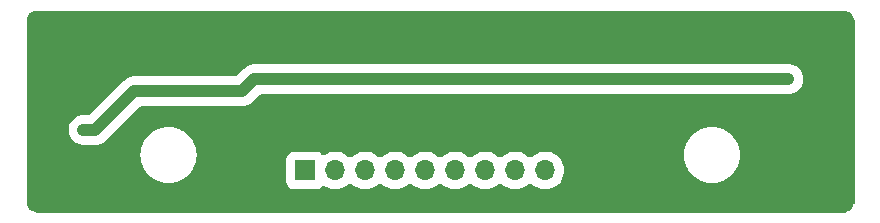
<source format=gbr>
%TF.GenerationSoftware,KiCad,Pcbnew,7.0.1*%
%TF.CreationDate,2023-08-30T00:52:31-03:00*%
%TF.ProjectId,QRE1113_Line_Sensors_x8,51524531-3131-4335-9f4c-696e655f5365,rev?*%
%TF.SameCoordinates,Original*%
%TF.FileFunction,Copper,L1,Top*%
%TF.FilePolarity,Positive*%
%FSLAX46Y46*%
G04 Gerber Fmt 4.6, Leading zero omitted, Abs format (unit mm)*
G04 Created by KiCad (PCBNEW 7.0.1) date 2023-08-30 00:52:31*
%MOMM*%
%LPD*%
G01*
G04 APERTURE LIST*
%TA.AperFunction,ComponentPad*%
%ADD10R,1.700000X1.700000*%
%TD*%
%TA.AperFunction,ComponentPad*%
%ADD11O,1.700000X1.700000*%
%TD*%
%TA.AperFunction,ViaPad*%
%ADD12C,0.800000*%
%TD*%
%TA.AperFunction,Conductor*%
%ADD13C,1.000000*%
%TD*%
%TA.AperFunction,Profile*%
%ADD14C,0.100000*%
%TD*%
G04 APERTURE END LIST*
D10*
%TO.P,J1,1,Pin_1*%
%TO.N,+3V3*%
X148565000Y-71752000D03*
D11*
%TO.P,J1,2,Pin_2*%
%TO.N,/OUT_8*%
X151105000Y-71752000D03*
%TO.P,J1,3,Pin_3*%
%TO.N,/OUT_7*%
X153645000Y-71752000D03*
%TO.P,J1,4,Pin_4*%
%TO.N,/OUT_6*%
X156185000Y-71752000D03*
%TO.P,J1,5,Pin_5*%
%TO.N,/OUT_5*%
X158725000Y-71752000D03*
%TO.P,J1,6,Pin_6*%
%TO.N,/OUT_4*%
X161265000Y-71752000D03*
%TO.P,J1,7,Pin_7*%
%TO.N,/OUT_3*%
X163805000Y-71752000D03*
%TO.P,J1,8,Pin_8*%
%TO.N,/OUT_2*%
X166345000Y-71752000D03*
%TO.P,J1,9,Pin_9*%
%TO.N,/OUT_1*%
X168885000Y-71752000D03*
%TO.P,J1,10,Pin_10*%
%TO.N,GND*%
X171425000Y-71752000D03*
%TD*%
D12*
%TO.N,GND*%
X136350000Y-63330000D03*
%TO.N,+3V3*%
X144272000Y-64008000D03*
X189484000Y-64000000D03*
X171704000Y-64008000D03*
X153670000Y-64008000D03*
X162052000Y-64008000D03*
X129794000Y-68326000D03*
X180594000Y-64008000D03*
X134112000Y-65024000D03*
%TD*%
D13*
%TO.N,+3V3*%
X189484000Y-64008000D02*
X189484000Y-64000000D01*
X134112000Y-65024000D02*
X143256000Y-65024000D01*
X129794000Y-68326000D02*
X130810000Y-68326000D01*
X144272000Y-64008000D02*
X153670000Y-64008000D01*
X143256000Y-65024000D02*
X144272000Y-64008000D01*
X189484000Y-64008000D02*
X180594000Y-64008000D01*
X153670000Y-64008000D02*
X162052000Y-64008000D01*
X130810000Y-68326000D02*
X134112000Y-65024000D01*
X171704000Y-64008000D02*
X180594000Y-64008000D01*
X162052000Y-64008000D02*
X171704000Y-64008000D01*
%TD*%
%TA.AperFunction,Conductor*%
%TO.N,GND*%
G36*
X194262160Y-58251697D02*
G01*
X194283656Y-58253814D01*
X194286924Y-58254160D01*
X194381854Y-58264856D01*
X194426253Y-58274012D01*
X194462720Y-58285074D01*
X194472678Y-58288325D01*
X194536083Y-58310511D01*
X194571220Y-58325938D01*
X194609345Y-58346317D01*
X194624431Y-58355073D01*
X194677160Y-58388205D01*
X194702630Y-58406546D01*
X194737274Y-58434978D01*
X194755370Y-58451379D01*
X194798619Y-58494628D01*
X194815023Y-58512727D01*
X194843448Y-58547364D01*
X194861798Y-58572845D01*
X194894919Y-58625557D01*
X194903681Y-58640653D01*
X194924057Y-58678773D01*
X194939487Y-58713915D01*
X194961673Y-58777320D01*
X194964924Y-58787278D01*
X194975986Y-58823745D01*
X194985142Y-58868144D01*
X194995831Y-58963004D01*
X194996197Y-58966473D01*
X194998300Y-58987820D01*
X194999500Y-59012232D01*
X194999500Y-74487766D01*
X194998300Y-74512182D01*
X194996196Y-74533536D01*
X194995830Y-74537001D01*
X194985142Y-74631854D01*
X194975986Y-74676253D01*
X194964924Y-74712720D01*
X194961673Y-74722678D01*
X194939487Y-74786083D01*
X194924057Y-74821225D01*
X194903681Y-74859345D01*
X194894919Y-74874441D01*
X194861798Y-74927153D01*
X194843444Y-74952640D01*
X194815030Y-74987263D01*
X194798619Y-75005370D01*
X194755370Y-75048619D01*
X194737263Y-75065030D01*
X194702640Y-75093444D01*
X194677153Y-75111798D01*
X194624441Y-75144919D01*
X194609345Y-75153681D01*
X194571225Y-75174057D01*
X194536083Y-75189487D01*
X194472678Y-75211673D01*
X194462720Y-75214924D01*
X194426253Y-75225986D01*
X194381854Y-75235142D01*
X194287001Y-75245830D01*
X194283536Y-75246196D01*
X194262182Y-75248300D01*
X194237766Y-75249500D01*
X125762232Y-75249500D01*
X125737820Y-75248300D01*
X125716473Y-75246197D01*
X125713004Y-75245831D01*
X125618144Y-75235142D01*
X125573745Y-75225986D01*
X125537278Y-75214924D01*
X125527320Y-75211673D01*
X125463915Y-75189487D01*
X125428773Y-75174057D01*
X125390653Y-75153681D01*
X125375557Y-75144919D01*
X125322845Y-75111798D01*
X125297364Y-75093448D01*
X125262727Y-75065023D01*
X125244628Y-75048619D01*
X125201379Y-75005370D01*
X125184978Y-74987274D01*
X125156546Y-74952630D01*
X125138205Y-74927160D01*
X125105073Y-74874431D01*
X125096317Y-74859345D01*
X125075941Y-74821225D01*
X125060511Y-74786083D01*
X125038325Y-74722678D01*
X125035074Y-74712720D01*
X125024012Y-74676253D01*
X125014856Y-74631853D01*
X125004160Y-74536924D01*
X125003814Y-74533656D01*
X125001697Y-74512160D01*
X125000500Y-74487767D01*
X125000500Y-70450000D01*
X134609403Y-70450000D01*
X134629769Y-70760730D01*
X134647922Y-70851991D01*
X134690520Y-71066144D01*
X134790614Y-71361015D01*
X134928342Y-71640296D01*
X134928343Y-71640298D01*
X135002979Y-71751999D01*
X135101347Y-71899219D01*
X135187255Y-71997177D01*
X135306664Y-72133336D01*
X135437539Y-72248111D01*
X135540780Y-72338652D01*
X135540782Y-72338653D01*
X135540784Y-72338655D01*
X135799702Y-72511657D01*
X135939343Y-72580521D01*
X136078984Y-72649385D01*
X136179078Y-72683362D01*
X136373856Y-72749480D01*
X136679270Y-72810231D01*
X136912234Y-72825500D01*
X137067763Y-72825500D01*
X137067766Y-72825500D01*
X137300730Y-72810231D01*
X137606144Y-72749480D01*
X137893288Y-72652008D01*
X146964500Y-72652008D01*
X146975000Y-72754797D01*
X147030185Y-72921333D01*
X147122286Y-73070653D01*
X147122288Y-73070656D01*
X147246344Y-73194712D01*
X147395666Y-73286814D01*
X147562203Y-73341999D01*
X147664991Y-73352500D01*
X149465008Y-73352499D01*
X149567797Y-73341999D01*
X149734334Y-73286814D01*
X149883656Y-73194712D01*
X149939573Y-73138794D01*
X150006974Y-73090828D01*
X150086374Y-73067591D01*
X150169004Y-73071650D01*
X150245742Y-73102557D01*
X150304880Y-73138797D01*
X150376144Y-73182468D01*
X150608886Y-73278872D01*
X150608887Y-73278872D01*
X150608889Y-73278873D01*
X150853852Y-73337683D01*
X150979425Y-73347565D01*
X151104999Y-73357449D01*
X151104999Y-73357448D01*
X151105000Y-73357449D01*
X151356148Y-73337683D01*
X151601111Y-73278873D01*
X151678693Y-73246737D01*
X151833855Y-73182468D01*
X151833856Y-73182466D01*
X151833859Y-73182466D01*
X152048659Y-73050836D01*
X152111073Y-72997528D01*
X152213288Y-72910230D01*
X152288817Y-72865961D01*
X152375000Y-72850571D01*
X152461183Y-72865961D01*
X152536712Y-72910230D01*
X152701338Y-73050834D01*
X152916144Y-73182468D01*
X153148886Y-73278872D01*
X153148887Y-73278872D01*
X153148889Y-73278873D01*
X153393852Y-73337683D01*
X153519425Y-73347565D01*
X153644999Y-73357449D01*
X153644999Y-73357448D01*
X153645000Y-73357449D01*
X153896148Y-73337683D01*
X154141111Y-73278873D01*
X154218693Y-73246737D01*
X154373855Y-73182468D01*
X154373856Y-73182466D01*
X154373859Y-73182466D01*
X154588659Y-73050836D01*
X154651073Y-72997528D01*
X154753288Y-72910230D01*
X154828817Y-72865961D01*
X154915000Y-72850571D01*
X155001183Y-72865961D01*
X155076712Y-72910230D01*
X155241338Y-73050834D01*
X155456144Y-73182468D01*
X155688886Y-73278872D01*
X155688887Y-73278872D01*
X155688889Y-73278873D01*
X155933852Y-73337683D01*
X156059425Y-73347565D01*
X156184999Y-73357449D01*
X156184999Y-73357448D01*
X156185000Y-73357449D01*
X156436148Y-73337683D01*
X156681111Y-73278873D01*
X156758693Y-73246737D01*
X156913855Y-73182468D01*
X156913856Y-73182466D01*
X156913859Y-73182466D01*
X157128659Y-73050836D01*
X157191073Y-72997528D01*
X157293288Y-72910230D01*
X157368817Y-72865961D01*
X157455000Y-72850571D01*
X157541183Y-72865961D01*
X157616712Y-72910230D01*
X157781338Y-73050834D01*
X157996144Y-73182468D01*
X158228886Y-73278872D01*
X158228887Y-73278872D01*
X158228889Y-73278873D01*
X158473852Y-73337683D01*
X158599425Y-73347565D01*
X158724999Y-73357449D01*
X158724999Y-73357448D01*
X158725000Y-73357449D01*
X158976148Y-73337683D01*
X159221111Y-73278873D01*
X159298693Y-73246737D01*
X159453855Y-73182468D01*
X159453856Y-73182466D01*
X159453859Y-73182466D01*
X159668659Y-73050836D01*
X159731073Y-72997528D01*
X159833288Y-72910230D01*
X159908817Y-72865961D01*
X159995000Y-72850571D01*
X160081183Y-72865961D01*
X160156712Y-72910230D01*
X160321338Y-73050834D01*
X160536144Y-73182468D01*
X160768886Y-73278872D01*
X160768887Y-73278872D01*
X160768889Y-73278873D01*
X161013852Y-73337683D01*
X161139425Y-73347565D01*
X161264999Y-73357449D01*
X161264999Y-73357448D01*
X161265000Y-73357449D01*
X161516148Y-73337683D01*
X161761111Y-73278873D01*
X161838693Y-73246737D01*
X161993855Y-73182468D01*
X161993856Y-73182466D01*
X161993859Y-73182466D01*
X162208659Y-73050836D01*
X162271073Y-72997528D01*
X162373288Y-72910230D01*
X162448817Y-72865961D01*
X162535000Y-72850571D01*
X162621183Y-72865961D01*
X162696712Y-72910230D01*
X162861338Y-73050834D01*
X163076144Y-73182468D01*
X163308886Y-73278872D01*
X163308887Y-73278872D01*
X163308889Y-73278873D01*
X163553852Y-73337683D01*
X163679425Y-73347565D01*
X163804999Y-73357449D01*
X163804999Y-73357448D01*
X163805000Y-73357449D01*
X164056148Y-73337683D01*
X164301111Y-73278873D01*
X164378693Y-73246737D01*
X164533855Y-73182468D01*
X164533856Y-73182466D01*
X164533859Y-73182466D01*
X164748659Y-73050836D01*
X164811073Y-72997528D01*
X164913288Y-72910230D01*
X164988817Y-72865961D01*
X165075000Y-72850571D01*
X165161183Y-72865961D01*
X165236712Y-72910230D01*
X165401338Y-73050834D01*
X165616144Y-73182468D01*
X165848886Y-73278872D01*
X165848887Y-73278872D01*
X165848889Y-73278873D01*
X166093852Y-73337683D01*
X166219425Y-73347565D01*
X166344999Y-73357449D01*
X166344999Y-73357448D01*
X166345000Y-73357449D01*
X166596148Y-73337683D01*
X166841111Y-73278873D01*
X166918693Y-73246737D01*
X167073855Y-73182468D01*
X167073856Y-73182466D01*
X167073859Y-73182466D01*
X167288659Y-73050836D01*
X167351073Y-72997528D01*
X167453288Y-72910230D01*
X167528817Y-72865961D01*
X167615000Y-72850571D01*
X167701183Y-72865961D01*
X167776712Y-72910230D01*
X167941338Y-73050834D01*
X168156144Y-73182468D01*
X168388886Y-73278872D01*
X168388887Y-73278872D01*
X168388889Y-73278873D01*
X168633852Y-73337683D01*
X168759425Y-73347565D01*
X168884999Y-73357449D01*
X168884999Y-73357448D01*
X168885000Y-73357449D01*
X169136148Y-73337683D01*
X169381111Y-73278873D01*
X169458693Y-73246737D01*
X169613855Y-73182468D01*
X169613856Y-73182466D01*
X169613859Y-73182466D01*
X169828659Y-73050836D01*
X170020224Y-72887224D01*
X170183836Y-72695659D01*
X170315466Y-72480859D01*
X170411873Y-72248111D01*
X170470683Y-72003148D01*
X170490449Y-71752000D01*
X170470683Y-71500852D01*
X170411873Y-71255889D01*
X170411872Y-71255886D01*
X170315468Y-71023144D01*
X170183834Y-70808338D01*
X170020224Y-70616775D01*
X169828661Y-70453165D01*
X169823496Y-70450000D01*
X180619403Y-70450000D01*
X180639769Y-70760730D01*
X180657922Y-70851991D01*
X180700520Y-71066144D01*
X180800614Y-71361015D01*
X180938342Y-71640296D01*
X180938343Y-71640298D01*
X181012979Y-71751999D01*
X181111347Y-71899219D01*
X181197255Y-71997177D01*
X181316664Y-72133336D01*
X181447539Y-72248111D01*
X181550780Y-72338652D01*
X181550782Y-72338653D01*
X181550784Y-72338655D01*
X181809702Y-72511657D01*
X181949343Y-72580521D01*
X182088984Y-72649385D01*
X182189078Y-72683362D01*
X182383856Y-72749480D01*
X182689270Y-72810231D01*
X182922234Y-72825500D01*
X183077763Y-72825500D01*
X183077766Y-72825500D01*
X183310730Y-72810231D01*
X183616144Y-72749480D01*
X183911015Y-72649385D01*
X184190298Y-72511657D01*
X184449216Y-72338655D01*
X184683336Y-72133336D01*
X184888655Y-71899216D01*
X185061657Y-71640299D01*
X185199385Y-71361015D01*
X185299480Y-71066144D01*
X185360231Y-70760730D01*
X185380597Y-70450000D01*
X185360231Y-70139270D01*
X185299480Y-69833856D01*
X185199385Y-69538985D01*
X185199383Y-69538981D01*
X185102126Y-69341765D01*
X185061657Y-69259702D01*
X184888655Y-69000784D01*
X184888653Y-69000782D01*
X184888652Y-69000780D01*
X184819493Y-68921920D01*
X184683336Y-68766664D01*
X184499434Y-68605385D01*
X184449219Y-68561347D01*
X184445786Y-68559053D01*
X184190298Y-68388343D01*
X184178105Y-68382330D01*
X183911015Y-68250614D01*
X183616144Y-68150520D01*
X183616143Y-68150519D01*
X183310730Y-68089769D01*
X183077766Y-68074500D01*
X182922234Y-68074500D01*
X182689270Y-68089769D01*
X182536563Y-68120144D01*
X182383855Y-68150520D01*
X182088984Y-68250614D01*
X181809703Y-68388342D01*
X181550780Y-68561347D01*
X181316664Y-68766664D01*
X181111343Y-69000785D01*
X180938343Y-69259699D01*
X180800615Y-69538981D01*
X180700520Y-69833855D01*
X180700520Y-69833856D01*
X180639769Y-70139270D01*
X180619403Y-70450000D01*
X169823496Y-70450000D01*
X169613855Y-70321531D01*
X169381113Y-70225127D01*
X169136146Y-70166316D01*
X168885000Y-70146550D01*
X168633853Y-70166316D01*
X168388886Y-70225127D01*
X168156144Y-70321531D01*
X167941342Y-70453163D01*
X167776712Y-70593770D01*
X167701183Y-70638038D01*
X167615000Y-70653428D01*
X167528817Y-70638038D01*
X167453288Y-70593770D01*
X167381273Y-70532264D01*
X167288659Y-70453164D01*
X167145122Y-70365204D01*
X167073855Y-70321531D01*
X166841113Y-70225127D01*
X166596146Y-70166316D01*
X166345000Y-70146550D01*
X166093853Y-70166316D01*
X165848886Y-70225127D01*
X165616144Y-70321531D01*
X165401342Y-70453163D01*
X165236712Y-70593770D01*
X165161183Y-70638038D01*
X165075000Y-70653428D01*
X164988817Y-70638038D01*
X164913288Y-70593770D01*
X164841273Y-70532264D01*
X164748659Y-70453164D01*
X164605122Y-70365204D01*
X164533855Y-70321531D01*
X164301113Y-70225127D01*
X164056146Y-70166316D01*
X163805000Y-70146550D01*
X163553853Y-70166316D01*
X163308886Y-70225127D01*
X163076144Y-70321531D01*
X162861342Y-70453163D01*
X162696712Y-70593770D01*
X162621183Y-70638038D01*
X162535000Y-70653428D01*
X162448817Y-70638038D01*
X162373288Y-70593770D01*
X162301273Y-70532264D01*
X162208659Y-70453164D01*
X162065122Y-70365204D01*
X161993855Y-70321531D01*
X161761113Y-70225127D01*
X161516146Y-70166316D01*
X161265000Y-70146550D01*
X161013853Y-70166316D01*
X160768886Y-70225127D01*
X160536144Y-70321531D01*
X160321342Y-70453163D01*
X160156712Y-70593770D01*
X160081183Y-70638038D01*
X159995000Y-70653428D01*
X159908817Y-70638038D01*
X159833288Y-70593770D01*
X159761273Y-70532264D01*
X159668659Y-70453164D01*
X159525122Y-70365204D01*
X159453855Y-70321531D01*
X159221113Y-70225127D01*
X158976146Y-70166316D01*
X158725000Y-70146550D01*
X158473853Y-70166316D01*
X158228886Y-70225127D01*
X157996144Y-70321531D01*
X157781342Y-70453163D01*
X157616712Y-70593770D01*
X157541183Y-70638038D01*
X157455000Y-70653428D01*
X157368817Y-70638038D01*
X157293288Y-70593770D01*
X157221273Y-70532264D01*
X157128659Y-70453164D01*
X156985122Y-70365204D01*
X156913855Y-70321531D01*
X156681113Y-70225127D01*
X156436146Y-70166316D01*
X156185000Y-70146550D01*
X155933853Y-70166316D01*
X155688886Y-70225127D01*
X155456144Y-70321531D01*
X155241342Y-70453163D01*
X155076712Y-70593770D01*
X155001183Y-70638038D01*
X154915000Y-70653428D01*
X154828817Y-70638038D01*
X154753288Y-70593770D01*
X154681273Y-70532264D01*
X154588659Y-70453164D01*
X154445122Y-70365204D01*
X154373855Y-70321531D01*
X154141113Y-70225127D01*
X153896146Y-70166316D01*
X153645000Y-70146550D01*
X153393853Y-70166316D01*
X153148886Y-70225127D01*
X152916144Y-70321531D01*
X152701342Y-70453163D01*
X152536712Y-70593770D01*
X152461183Y-70638038D01*
X152375000Y-70653428D01*
X152288817Y-70638038D01*
X152213288Y-70593770D01*
X152141273Y-70532264D01*
X152048659Y-70453164D01*
X151905122Y-70365204D01*
X151833855Y-70321531D01*
X151601113Y-70225127D01*
X151356146Y-70166316D01*
X151105000Y-70146550D01*
X150853853Y-70166316D01*
X150608886Y-70225127D01*
X150376145Y-70321531D01*
X150245743Y-70401442D01*
X150169004Y-70432349D01*
X150086374Y-70436408D01*
X150006975Y-70413171D01*
X149939574Y-70365206D01*
X149883656Y-70309288D01*
X149734334Y-70217186D01*
X149734333Y-70217185D01*
X149734332Y-70217185D01*
X149567799Y-70162001D01*
X149533534Y-70158500D01*
X149465009Y-70151500D01*
X149465005Y-70151500D01*
X147664991Y-70151500D01*
X147562202Y-70162000D01*
X147395666Y-70217185D01*
X147246346Y-70309286D01*
X147122286Y-70433346D01*
X147030185Y-70582667D01*
X146975001Y-70749200D01*
X146964500Y-70851994D01*
X146964500Y-72652008D01*
X137893288Y-72652008D01*
X137901015Y-72649385D01*
X138180298Y-72511657D01*
X138439216Y-72338655D01*
X138673336Y-72133336D01*
X138878655Y-71899216D01*
X139051657Y-71640299D01*
X139189385Y-71361015D01*
X139289480Y-71066144D01*
X139350231Y-70760730D01*
X139370597Y-70450000D01*
X139350231Y-70139270D01*
X139289480Y-69833856D01*
X139189385Y-69538985D01*
X139189383Y-69538981D01*
X139092126Y-69341765D01*
X139051657Y-69259702D01*
X138878655Y-69000784D01*
X138878653Y-69000782D01*
X138878652Y-69000780D01*
X138809493Y-68921920D01*
X138673336Y-68766664D01*
X138489434Y-68605385D01*
X138439219Y-68561347D01*
X138435786Y-68559053D01*
X138180298Y-68388343D01*
X138168105Y-68382330D01*
X137901015Y-68250614D01*
X137606144Y-68150520D01*
X137606143Y-68150519D01*
X137300730Y-68089769D01*
X137067766Y-68074500D01*
X136912234Y-68074500D01*
X136679270Y-68089769D01*
X136526563Y-68120144D01*
X136373855Y-68150520D01*
X136078984Y-68250614D01*
X135799703Y-68388342D01*
X135540780Y-68561347D01*
X135306664Y-68766664D01*
X135101343Y-69000785D01*
X134928343Y-69259699D01*
X134790615Y-69538981D01*
X134690520Y-69833855D01*
X134690520Y-69833856D01*
X134629769Y-70139270D01*
X134609403Y-70450000D01*
X125000500Y-70450000D01*
X125000500Y-68382330D01*
X128539709Y-68382330D01*
X128569924Y-68605385D01*
X128639483Y-68819465D01*
X128746146Y-69017679D01*
X128746148Y-69017681D01*
X128886492Y-69193666D01*
X128962072Y-69259699D01*
X129056006Y-69341767D01*
X129170144Y-69409960D01*
X129249236Y-69457215D01*
X129459976Y-69536307D01*
X129474733Y-69538985D01*
X129681451Y-69576500D01*
X129681453Y-69576500D01*
X130725796Y-69576500D01*
X130753673Y-69578065D01*
X130781827Y-69581238D01*
X130843735Y-69577064D01*
X130860485Y-69576500D01*
X130866148Y-69576500D01*
X130866155Y-69576500D01*
X130905462Y-69572961D01*
X130910838Y-69572538D01*
X131006412Y-69566096D01*
X131006415Y-69566095D01*
X131010676Y-69565808D01*
X131030078Y-69562511D01*
X131034186Y-69561377D01*
X131034188Y-69561377D01*
X131126502Y-69535898D01*
X131131818Y-69534495D01*
X131224683Y-69511096D01*
X131224687Y-69511094D01*
X131228823Y-69510052D01*
X131247326Y-69503343D01*
X131251164Y-69501494D01*
X131251170Y-69501493D01*
X131337503Y-69459916D01*
X131342429Y-69457613D01*
X131429626Y-69418007D01*
X131429628Y-69418005D01*
X131433513Y-69416241D01*
X131450515Y-69406341D01*
X131453971Y-69403829D01*
X131453973Y-69403829D01*
X131531504Y-69347498D01*
X131535917Y-69344367D01*
X131614654Y-69289820D01*
X131614658Y-69289815D01*
X131618161Y-69287389D01*
X131633125Y-69274609D01*
X131636072Y-69271525D01*
X131636078Y-69271522D01*
X131702282Y-69202276D01*
X131706056Y-69198416D01*
X134557043Y-66347430D01*
X134637826Y-66293454D01*
X134733114Y-66274500D01*
X143171796Y-66274500D01*
X143199673Y-66276065D01*
X143227827Y-66279238D01*
X143289735Y-66275064D01*
X143306485Y-66274500D01*
X143312148Y-66274500D01*
X143312155Y-66274500D01*
X143351462Y-66270961D01*
X143356838Y-66270538D01*
X143452412Y-66264096D01*
X143452415Y-66264095D01*
X143456676Y-66263808D01*
X143476078Y-66260511D01*
X143480186Y-66259377D01*
X143480188Y-66259377D01*
X143572502Y-66233898D01*
X143577818Y-66232495D01*
X143670683Y-66209096D01*
X143670687Y-66209094D01*
X143674823Y-66208052D01*
X143693326Y-66201343D01*
X143697164Y-66199494D01*
X143697170Y-66199493D01*
X143783503Y-66157916D01*
X143788429Y-66155613D01*
X143875626Y-66116007D01*
X143875628Y-66116005D01*
X143879513Y-66114241D01*
X143896515Y-66104341D01*
X143899971Y-66101829D01*
X143899973Y-66101829D01*
X143977504Y-66045498D01*
X143981917Y-66042367D01*
X144060654Y-65987820D01*
X144060658Y-65987815D01*
X144064161Y-65985389D01*
X144079125Y-65972609D01*
X144082072Y-65969525D01*
X144082078Y-65969522D01*
X144148303Y-65900254D01*
X144152078Y-65896394D01*
X144717043Y-65331430D01*
X144797825Y-65277454D01*
X144893113Y-65258500D01*
X153557453Y-65258500D01*
X153726155Y-65258500D01*
X161939453Y-65258500D01*
X162108155Y-65258500D01*
X171591453Y-65258500D01*
X171760155Y-65258500D01*
X180481453Y-65258500D01*
X180650155Y-65258500D01*
X189450357Y-65258500D01*
X189461530Y-65258751D01*
X189540326Y-65262290D01*
X189540326Y-65262289D01*
X189540330Y-65262290D01*
X189618550Y-65251693D01*
X189629581Y-65250451D01*
X189708188Y-65243377D01*
X189719216Y-65240332D01*
X189752039Y-65233611D01*
X189763387Y-65232075D01*
X189838452Y-65207683D01*
X189849078Y-65204492D01*
X189925170Y-65183493D01*
X189935486Y-65178524D01*
X189966578Y-65166054D01*
X189969189Y-65165205D01*
X189977464Y-65162517D01*
X190046949Y-65125124D01*
X190056861Y-65120073D01*
X190127973Y-65085829D01*
X190137231Y-65079101D01*
X190165600Y-65061275D01*
X190175681Y-65055852D01*
X190237367Y-65006658D01*
X190246242Y-64999900D01*
X190310078Y-64953522D01*
X190317987Y-64945248D01*
X190342727Y-64922636D01*
X190351666Y-64915508D01*
X190403581Y-64856085D01*
X190411079Y-64847881D01*
X190465632Y-64790825D01*
X190471939Y-64781269D01*
X190492236Y-64754613D01*
X190499765Y-64745996D01*
X190540240Y-64678249D01*
X190546158Y-64668830D01*
X190589635Y-64602968D01*
X190594135Y-64592437D01*
X190609339Y-64562596D01*
X190615215Y-64552764D01*
X190642950Y-64478864D01*
X190647077Y-64468575D01*
X190678103Y-64395988D01*
X190680651Y-64384822D01*
X190690288Y-64352731D01*
X190694307Y-64342024D01*
X190708397Y-64264380D01*
X190710636Y-64253448D01*
X190728190Y-64176540D01*
X190728191Y-64176537D01*
X190728704Y-64165106D01*
X190732457Y-64131801D01*
X190734500Y-64120546D01*
X190734500Y-64041643D01*
X190734751Y-64030470D01*
X190738290Y-63951672D01*
X190737545Y-63946171D01*
X190729842Y-63889310D01*
X190728593Y-63878226D01*
X190719377Y-63775812D01*
X190714202Y-63757060D01*
X190708894Y-63731138D01*
X190708076Y-63728620D01*
X190708075Y-63728613D01*
X190698328Y-63698617D01*
X190695158Y-63688057D01*
X190659493Y-63558830D01*
X190646546Y-63531947D01*
X190642630Y-63522179D01*
X190637796Y-63513197D01*
X190632715Y-63503226D01*
X190561829Y-63356027D01*
X190561827Y-63356024D01*
X190561826Y-63356022D01*
X190429523Y-63173922D01*
X190266826Y-63018369D01*
X190266825Y-63018368D01*
X190078968Y-62894365D01*
X189871988Y-62805897D01*
X189807085Y-62791083D01*
X189652535Y-62755808D01*
X189427673Y-62745709D01*
X189357264Y-62755247D01*
X189323841Y-62757500D01*
X180706547Y-62757500D01*
X171816547Y-62757500D01*
X162164547Y-62757500D01*
X153782547Y-62757500D01*
X144356204Y-62757500D01*
X144328326Y-62755934D01*
X144300174Y-62752762D01*
X144300173Y-62752762D01*
X144254995Y-62755808D01*
X144238264Y-62756936D01*
X144221515Y-62757500D01*
X144215842Y-62757500D01*
X144176645Y-62761027D01*
X144171081Y-62761465D01*
X144071347Y-62768189D01*
X144051913Y-62771491D01*
X143955510Y-62798096D01*
X143950113Y-62799520D01*
X143853204Y-62823939D01*
X143834650Y-62830666D01*
X143744566Y-62874047D01*
X143739512Y-62876412D01*
X143648501Y-62917752D01*
X143631462Y-62927674D01*
X143550567Y-62986448D01*
X143546048Y-62989653D01*
X143520167Y-63007584D01*
X143463854Y-63046598D01*
X143448852Y-63059412D01*
X143379761Y-63131675D01*
X143375857Y-63135667D01*
X142810957Y-63700569D01*
X142759387Y-63740140D01*
X142699333Y-63765015D01*
X142634887Y-63773500D01*
X134196195Y-63773500D01*
X134168317Y-63771934D01*
X134140173Y-63768763D01*
X134140172Y-63768763D01*
X134103811Y-63771214D01*
X134078274Y-63772936D01*
X134061526Y-63773500D01*
X134055843Y-63773500D01*
X134016643Y-63777027D01*
X134011080Y-63777465D01*
X133911348Y-63784189D01*
X133891912Y-63787491D01*
X133795527Y-63814091D01*
X133790133Y-63815514D01*
X133693198Y-63839941D01*
X133674651Y-63846665D01*
X133584593Y-63890035D01*
X133579536Y-63892401D01*
X133488505Y-63933750D01*
X133471462Y-63943674D01*
X133390567Y-64002448D01*
X133386048Y-64005653D01*
X133360167Y-64023584D01*
X133303854Y-64062598D01*
X133288852Y-64075412D01*
X133219783Y-64147652D01*
X133215879Y-64151645D01*
X130364956Y-67002570D01*
X130313386Y-67042140D01*
X130253332Y-67067016D01*
X130188886Y-67075500D01*
X129737845Y-67075500D01*
X129569812Y-67090622D01*
X129569812Y-67090623D01*
X129352831Y-67150506D01*
X129150021Y-67248174D01*
X128967922Y-67380476D01*
X128812369Y-67543173D01*
X128688365Y-67731032D01*
X128599897Y-67938012D01*
X128549808Y-68157464D01*
X128539709Y-68382330D01*
X125000500Y-68382330D01*
X125000500Y-59012232D01*
X125001698Y-58987838D01*
X125002082Y-58983936D01*
X125003814Y-58966343D01*
X125004149Y-58963167D01*
X125014857Y-58868138D01*
X125024012Y-58823745D01*
X125035074Y-58787278D01*
X125038325Y-58777320D01*
X125060513Y-58713908D01*
X125075933Y-58678789D01*
X125096333Y-58640625D01*
X125105058Y-58625592D01*
X125138215Y-58572823D01*
X125156535Y-58547384D01*
X125184995Y-58512704D01*
X125201359Y-58494649D01*
X125244649Y-58451359D01*
X125262704Y-58434995D01*
X125297384Y-58406535D01*
X125322823Y-58388215D01*
X125375592Y-58355058D01*
X125390625Y-58346333D01*
X125428789Y-58325933D01*
X125463908Y-58310513D01*
X125527334Y-58288320D01*
X125537267Y-58285077D01*
X125573745Y-58274011D01*
X125618138Y-58264857D01*
X125713167Y-58254149D01*
X125716343Y-58253814D01*
X125733936Y-58252082D01*
X125737838Y-58251698D01*
X125762232Y-58250500D01*
X194237767Y-58250500D01*
X194262160Y-58251697D01*
G37*
%TD.AperFunction*%
%TD*%
D14*
X194250000Y-75250000D02*
X125750000Y-75250000D01*
X125750000Y-58250000D02*
X194250000Y-58250000D01*
X195000000Y-59000000D02*
X195000000Y-74500000D01*
X195000000Y-59000000D02*
G75*
G03*
X194250000Y-58250000I-750000J0D01*
G01*
X125000000Y-74500000D02*
X125000000Y-59000000D01*
X125000000Y-74500000D02*
G75*
G03*
X125750000Y-75250000I750000J0D01*
G01*
X194250000Y-75250000D02*
G75*
G03*
X195000000Y-74500000I0J750000D01*
G01*
X125750000Y-58250000D02*
G75*
G03*
X125000000Y-59000000I0J-750000D01*
G01*
M02*

</source>
